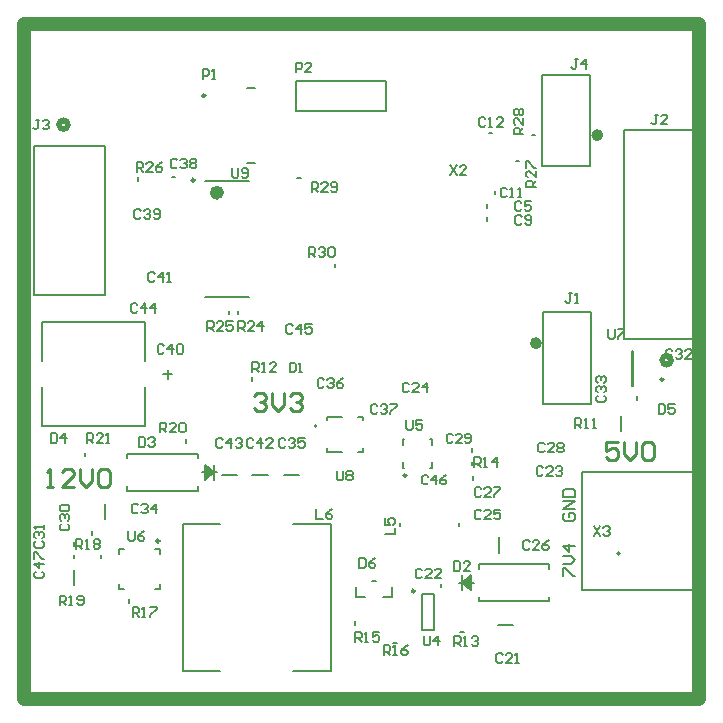
<source format=gto>
G04*
G04 #@! TF.GenerationSoftware,Altium Limited,Altium Designer,21.0.8 (223)*
G04*
G04 Layer_Color=65535*
%FSLAX25Y25*%
%MOIN*%
G70*
G04*
G04 #@! TF.SameCoordinates,5411D855-6831-4FB7-8657-0D58C5C57482*
G04*
G04*
G04 #@! TF.FilePolarity,Positive*
G04*
G01*
G75*
%ADD10C,0.02000*%
%ADD11C,0.00984*%
%ADD12C,0.00500*%
%ADD13C,0.02362*%
%ADD14C,0.00591*%
%ADD15C,0.00787*%
%ADD16C,0.00600*%
%ADD17C,0.00800*%
%ADD18C,0.01000*%
%ADD19C,0.04724*%
D10*
X215598Y112841D02*
G03*
X215598Y112841I-1500J0D01*
G01*
X171520Y118491D02*
G03*
X171520Y118491I-1000J0D01*
G01*
X191980Y187821D02*
G03*
X191980Y187821I-1000J0D01*
G01*
X14543Y191327D02*
G03*
X14543Y191327I-1500J0D01*
G01*
D11*
X60323Y201000D02*
G03*
X60323Y201000I-492J0D01*
G01*
X127390Y74424D02*
G03*
X127390Y74424I-492J0D01*
G01*
X130138Y35876D02*
G03*
X130138Y35876I-492J0D01*
G01*
X56717Y172813D02*
G03*
X56717Y172813I-492J0D01*
G01*
X45028Y52589D02*
G03*
X45028Y52589I-492J0D01*
G01*
X213054Y106353D02*
G03*
X213054Y106353I-492J0D01*
G01*
D12*
X198500Y48374D02*
G03*
X198500Y48374I-500J0D01*
G01*
X134713Y74049D02*
X134213Y74549D01*
X133213D01*
X132713Y74049D01*
Y72050D01*
X133213Y71550D01*
X134213D01*
X134713Y72050D01*
X137212Y71550D02*
Y74549D01*
X135712Y73050D01*
X137712D01*
X140711Y74549D02*
X139711Y74049D01*
X138711Y73050D01*
Y72050D01*
X139211Y71550D01*
X140211D01*
X140711Y72050D01*
Y72550D01*
X140211Y73050D01*
X138711D01*
X142787Y87813D02*
X142287Y88313D01*
X141287D01*
X140787Y87813D01*
Y85814D01*
X141287Y85314D01*
X142287D01*
X142787Y85814D01*
X145786Y85314D02*
X143786D01*
X145786Y87313D01*
Y87813D01*
X145286Y88313D01*
X144286D01*
X143786Y87813D01*
X146785Y85814D02*
X147285Y85314D01*
X148285D01*
X148785Y85814D01*
Y87813D01*
X148285Y88313D01*
X147285D01*
X146785Y87813D01*
Y87313D01*
X147285Y86813D01*
X148785D01*
X90600Y208900D02*
Y211899D01*
X92099D01*
X92599Y211399D01*
Y210400D01*
X92099Y209900D01*
X90600D01*
X95598Y208900D02*
X93599D01*
X95598Y210899D01*
Y211399D01*
X95099Y211899D01*
X94099D01*
X93599Y211399D01*
X88400Y111952D02*
Y108953D01*
X89900D01*
X90399Y109453D01*
Y111452D01*
X89900Y111952D01*
X88400D01*
X91399Y108953D02*
X92399D01*
X91899D01*
Y111952D01*
X91399Y111452D01*
D13*
X65378Y168680D02*
G03*
X65378Y168680I-1181J0D01*
G01*
D14*
X97386Y90890D02*
G03*
X97386Y90890I-295J0D01*
G01*
D15*
X52894Y9093D02*
Y58306D01*
X102106Y9093D02*
Y58306D01*
X52894Y9093D02*
X65295D01*
X52894Y58306D02*
X65295D01*
X89705Y9093D02*
X102106D01*
X89705Y58306D02*
X102106D01*
X122449Y33754D02*
Y37199D01*
X110638Y33754D02*
X113492D01*
X119594D02*
X122449D01*
X110638D02*
Y37199D01*
X115854Y39266D02*
X117232D01*
X74159Y203500D02*
X76841D01*
X74159Y178500D02*
X76841D01*
X16566Y46856D02*
Y48038D01*
X20272Y80819D02*
Y82000D01*
X25582Y46856D02*
Y48038D01*
X16468Y37810D02*
Y42928D01*
X198993Y89254D02*
Y94372D01*
X158224Y48632D02*
Y53750D01*
X157868Y24557D02*
X162986D01*
X120500Y196000D02*
Y206000D01*
X90500Y196000D02*
X120500D01*
X90500D02*
Y206000D01*
X120500D01*
X37831Y172563D02*
Y173744D01*
X169067Y187821D02*
X170248D01*
X163751Y179140D02*
X164933D01*
X149461Y73050D02*
Y74231D01*
X157016Y168085D02*
Y169266D01*
X154374Y159247D02*
Y160428D01*
Y163585D02*
Y164766D01*
X126307Y76983D02*
X126701D01*
X126307D02*
Y78951D01*
Y84463D02*
Y86431D01*
X126701D01*
X135362D02*
X135756D01*
Y84463D02*
Y86431D01*
X135362Y76983D02*
X135756D01*
Y78951D01*
X26866Y59739D02*
Y64857D01*
X154752Y188609D02*
X155933D01*
X75932Y105998D02*
Y107179D01*
X34988Y31909D02*
Y33091D01*
X149374Y77876D02*
Y79057D01*
X138996Y37101D02*
Y38282D01*
X136634Y22786D02*
Y34991D01*
X132697Y22786D02*
Y34991D01*
Y22786D02*
X136634D01*
X132697Y34991D02*
X136634D01*
X149374Y82361D02*
Y83542D01*
X60260Y172617D02*
X74827D01*
X60260Y134034D02*
X74827D01*
X90953Y173522D02*
X92134D01*
X103462Y143778D02*
Y144959D01*
X71213Y128101D02*
Y129282D01*
X49136Y173801D02*
X50317D01*
X65728Y74431D02*
X70846D01*
X86594D02*
X91712D01*
X76046D02*
X81164D01*
X53842Y85351D02*
Y86532D01*
X22613Y54639D02*
Y55820D01*
X43453Y50030D02*
X45126D01*
Y48357D02*
Y50030D01*
Y36447D02*
Y38120D01*
X43453Y36447D02*
X45126D01*
X31543D02*
X33217D01*
X31543D02*
Y38120D01*
Y50030D02*
X33217D01*
X31543Y48357D02*
Y50030D01*
X204111Y99601D02*
Y100782D01*
X68374Y128101D02*
Y129282D01*
X145008Y57410D02*
Y58591D01*
X125323Y57410D02*
Y58591D01*
X145295Y22392D02*
X146476D01*
X122953Y18599D02*
X124134D01*
X110244Y24558D02*
Y25739D01*
X202593Y104187D02*
Y115998D01*
X203011D01*
Y104187D02*
Y115998D01*
X202593Y104187D02*
X203011D01*
X16566Y51014D02*
Y52195D01*
D16*
X200015Y119841D02*
X223815D01*
X200015D02*
Y189541D01*
X223815D01*
Y119841D02*
Y189541D01*
X173020Y128833D02*
X188980D01*
Y98306D02*
Y128833D01*
X173020Y98306D02*
X188980D01*
X173020D02*
Y128833D01*
X172520Y177479D02*
X188480D01*
X172520D02*
Y208006D01*
X188480D01*
Y177479D02*
Y208006D01*
X101028Y92859D02*
Y94040D01*
X105752D01*
X111264D02*
X112838D01*
Y92859D02*
Y94040D01*
X101028Y82229D02*
Y83410D01*
Y82229D02*
X105752D01*
X111264D02*
X112838D01*
Y83410D01*
X3329Y184327D02*
X26929D01*
Y134527D02*
Y184327D01*
X3329Y134527D02*
X26929D01*
X3329D02*
Y184327D01*
X5793Y90941D02*
Y103931D01*
X46243Y108191D02*
X49243D01*
X47743Y106691D02*
Y109691D01*
X5793Y125441D02*
X40293D01*
X5793Y112451D02*
Y125441D01*
Y90941D02*
X40293D01*
Y103931D01*
Y112451D02*
Y125441D01*
X151393Y32491D02*
Y34031D01*
Y43351D02*
Y44891D01*
X174793D01*
Y32491D02*
Y34031D01*
X151393Y32491D02*
X174793D01*
X148893Y36191D02*
Y41191D01*
X145893Y38691D02*
X148893Y38191D01*
X145893Y38691D02*
X148893Y37691D01*
X145893Y38691D02*
X148893Y37191D01*
X145893Y38691D02*
X148893Y36691D01*
X145893Y38691D02*
X148893Y36191D01*
X145893Y38691D02*
X148893Y39191D01*
X145893Y38691D02*
X148893Y39691D01*
X145893Y38691D02*
X148893Y40191D01*
X145893Y38691D02*
X148893Y40691D01*
X145893Y38691D02*
X148893Y41191D01*
X145893Y36191D02*
Y41191D01*
X144893Y38691D02*
X149893D01*
X174793Y43351D02*
Y44891D01*
X57738Y80146D02*
Y81686D01*
Y69286D02*
Y70826D01*
X34338Y69286D02*
X57738D01*
X34338Y80146D02*
Y81686D01*
X57738D01*
X60238Y72986D02*
Y77986D01*
Y75986D02*
X63238Y75486D01*
X60238Y76486D02*
X63238Y75486D01*
X60238Y76986D02*
X63238Y75486D01*
X60238Y77486D02*
X63238Y75486D01*
X60238Y77986D02*
X63238Y75486D01*
X60238Y74986D02*
X63238Y75486D01*
X60238Y74486D02*
X63238Y75486D01*
X60238Y73986D02*
X63238Y75486D01*
X60238Y73486D02*
X63238Y75486D01*
X60238Y72986D02*
X63238Y75486D01*
Y72986D02*
Y77986D01*
X59238Y75486D02*
X64238D01*
X34338Y69286D02*
Y70826D01*
X97334Y63099D02*
Y59900D01*
X99467D01*
X102666Y63099D02*
X101600Y62566D01*
X100533Y61500D01*
Y60434D01*
X101066Y59900D01*
X102133D01*
X102666Y60434D01*
Y60967D01*
X102133Y61500D01*
X100533D01*
X211152Y194614D02*
X210086D01*
X210619D01*
Y191948D01*
X210086Y191415D01*
X209552D01*
X209019Y191948D01*
X214351Y191415D02*
X212218D01*
X214351Y193547D01*
Y194080D01*
X213818Y194614D01*
X212751D01*
X212218Y194080D01*
X111712Y46748D02*
Y43549D01*
X113312D01*
X113845Y44082D01*
Y46215D01*
X113312Y46748D01*
X111712D01*
X117044D02*
X115977Y46215D01*
X114911Y45149D01*
Y44082D01*
X115444Y43549D01*
X116510D01*
X117044Y44082D01*
Y44616D01*
X116510Y45149D01*
X114911D01*
X3919Y42367D02*
X3386Y41834D01*
Y40768D01*
X3919Y40235D01*
X6052D01*
X6585Y40768D01*
Y41834D01*
X6052Y42367D01*
X6585Y45033D02*
X3386D01*
X4985Y43434D01*
Y45566D01*
X3386Y46633D02*
Y48765D01*
X3919D01*
X6052Y46633D01*
X6585D01*
X153701Y193194D02*
X153167Y193728D01*
X152101D01*
X151568Y193194D01*
Y191062D01*
X152101Y190529D01*
X153167D01*
X153701Y191062D01*
X154767Y190529D02*
X155833D01*
X155300D01*
Y193728D01*
X154767Y193194D01*
X159565Y190529D02*
X157433D01*
X159565Y192661D01*
Y193194D01*
X159032Y193728D01*
X157966D01*
X157433Y193194D01*
X94866Y147198D02*
Y150397D01*
X96465D01*
X96999Y149864D01*
Y148798D01*
X96465Y148265D01*
X94866D01*
X95932D02*
X96999Y147198D01*
X98065Y149864D02*
X98598Y150397D01*
X99664D01*
X100198Y149864D01*
Y149331D01*
X99664Y148798D01*
X99131D01*
X99664D01*
X100198Y148265D01*
Y147731D01*
X99664Y147198D01*
X98598D01*
X98065Y147731D01*
X101264Y149864D02*
X101797Y150397D01*
X102863D01*
X103396Y149864D01*
Y147731D01*
X102863Y147198D01*
X101797D01*
X101264Y147731D01*
Y149864D01*
X95778Y168990D02*
Y172189D01*
X97377D01*
X97911Y171656D01*
Y170590D01*
X97377Y170056D01*
X95778D01*
X96844D02*
X97911Y168990D01*
X101110D02*
X98977D01*
X101110Y171123D01*
Y171656D01*
X100576Y172189D01*
X99510D01*
X98977Y171656D01*
X102176Y169523D02*
X102709Y168990D01*
X103775D01*
X104308Y169523D01*
Y171656D01*
X103775Y172189D01*
X102709D01*
X102176Y171656D01*
Y171123D01*
X102709Y170590D01*
X104308D01*
X89402Y124388D02*
X88869Y124921D01*
X87802D01*
X87269Y124388D01*
Y122255D01*
X87802Y121722D01*
X88869D01*
X89402Y122255D01*
X92068Y121722D02*
Y124921D01*
X90468Y123321D01*
X92601D01*
X95800Y124921D02*
X93667D01*
Y123321D01*
X94734Y123854D01*
X95267D01*
X95800Y123321D01*
Y122255D01*
X95267Y121722D01*
X94200D01*
X93667Y122255D01*
X37661Y131258D02*
X37127Y131791D01*
X36061D01*
X35528Y131258D01*
Y129125D01*
X36061Y128592D01*
X37127D01*
X37661Y129125D01*
X40326Y128592D02*
Y131791D01*
X38727Y130191D01*
X40859D01*
X43525Y128592D02*
Y131791D01*
X41926Y130191D01*
X44058D01*
X36097Y27360D02*
Y30559D01*
X37697D01*
X38230Y30026D01*
Y28960D01*
X37697Y28427D01*
X36097D01*
X37164D02*
X38230Y27360D01*
X39296D02*
X40363D01*
X39829D01*
Y30559D01*
X39296Y30026D01*
X41962Y30559D02*
X44095D01*
Y30026D01*
X41962Y27893D01*
Y27360D01*
X117704Y97567D02*
X117171Y98100D01*
X116104D01*
X115571Y97567D01*
Y95434D01*
X116104Y94901D01*
X117171D01*
X117704Y95434D01*
X118770Y97567D02*
X119303Y98100D01*
X120370D01*
X120903Y97567D01*
Y97034D01*
X120370Y96500D01*
X119837D01*
X120370D01*
X120903Y95967D01*
Y95434D01*
X120370Y94901D01*
X119303D01*
X118770Y95434D01*
X121969Y98100D02*
X124102D01*
Y97567D01*
X121969Y95434D01*
Y94901D01*
X166335Y188063D02*
X163136D01*
Y189663D01*
X163669Y190196D01*
X164736D01*
X165269Y189663D01*
Y188063D01*
Y189130D02*
X166335Y190196D01*
Y193395D02*
Y191262D01*
X164202Y193395D01*
X163669D01*
X163136Y192862D01*
Y191796D01*
X163669Y191262D01*
Y194461D02*
X163136Y194994D01*
Y196061D01*
X163669Y196594D01*
X164202D01*
X164736Y196061D01*
X165269Y196594D01*
X165802D01*
X166335Y196061D01*
Y194994D01*
X165802Y194461D01*
X165269D01*
X164736Y194994D01*
X164202Y194461D01*
X163669D01*
X164736Y194994D02*
Y196061D01*
X170523Y170566D02*
X167324D01*
Y172166D01*
X167857Y172699D01*
X168923D01*
X169456Y172166D01*
Y170566D01*
Y171633D02*
X170523Y172699D01*
Y175898D02*
Y173765D01*
X168390Y175898D01*
X167857D01*
X167324Y175365D01*
Y174299D01*
X167857Y173765D01*
X167324Y176964D02*
Y179097D01*
X167857D01*
X169990Y176964D01*
X170523D01*
X38183Y87218D02*
Y84019D01*
X39782D01*
X40315Y84552D01*
Y86685D01*
X39782Y87218D01*
X38183D01*
X41381Y86685D02*
X41915Y87218D01*
X42981D01*
X43514Y86685D01*
Y86152D01*
X42981Y85619D01*
X42448D01*
X42981D01*
X43514Y85085D01*
Y84552D01*
X42981Y84019D01*
X41915D01*
X41381Y84552D01*
X143227Y45816D02*
Y42617D01*
X144827D01*
X145360Y43150D01*
Y45283D01*
X144827Y45816D01*
X143227D01*
X148559Y42617D02*
X146426D01*
X148559Y44750D01*
Y45283D01*
X148026Y45816D01*
X146960D01*
X146426Y45283D01*
X5010Y192926D02*
X3944D01*
X4477D01*
Y190261D01*
X3944Y189727D01*
X3411D01*
X2877Y190261D01*
X6076Y192393D02*
X6610Y192926D01*
X7676D01*
X8209Y192393D01*
Y191860D01*
X7676Y191327D01*
X7143D01*
X7676D01*
X8209Y190794D01*
Y190261D01*
X7676Y189727D01*
X6610D01*
X6076Y190261D01*
X46580Y117633D02*
X46047Y118166D01*
X44981D01*
X44448Y117633D01*
Y115500D01*
X44981Y114967D01*
X46047D01*
X46580Y115500D01*
X49246Y114967D02*
Y118166D01*
X47647Y116566D01*
X49779D01*
X50846Y117633D02*
X51379Y118166D01*
X52445D01*
X52978Y117633D01*
Y115500D01*
X52445Y114967D01*
X51379D01*
X50846Y115500D01*
Y117633D01*
X34685Y55838D02*
Y53172D01*
X35218Y52639D01*
X36284D01*
X36817Y53172D01*
Y55838D01*
X40016D02*
X38950Y55305D01*
X37883Y54239D01*
Y53172D01*
X38417Y52639D01*
X39483D01*
X40016Y53172D01*
Y53706D01*
X39483Y54239D01*
X37883D01*
X183535Y90214D02*
Y93413D01*
X185134D01*
X185667Y92879D01*
Y91813D01*
X185134Y91280D01*
X183535D01*
X184601D02*
X185667Y90214D01*
X186733D02*
X187800D01*
X187267D01*
Y93413D01*
X186733Y92879D01*
X189399Y90214D02*
X190466D01*
X189932D01*
Y93413D01*
X189399Y92879D01*
X184467Y213254D02*
X183400D01*
X183934D01*
Y210588D01*
X183400Y210055D01*
X182867D01*
X182334Y210588D01*
X187133Y210055D02*
Y213254D01*
X185533Y211655D01*
X187666D01*
X211432Y98084D02*
Y94885D01*
X213032D01*
X213565Y95418D01*
Y97550D01*
X213032Y98084D01*
X211432D01*
X216764D02*
X214631D01*
Y96484D01*
X215697Y97017D01*
X216231D01*
X216764Y96484D01*
Y95418D01*
X216231Y94885D01*
X215164D01*
X214631Y95418D01*
X87020Y86380D02*
X86487Y86913D01*
X85421D01*
X84888Y86380D01*
Y84247D01*
X85421Y83714D01*
X86487D01*
X87020Y84247D01*
X88087Y86380D02*
X88620Y86913D01*
X89686D01*
X90219Y86380D01*
Y85847D01*
X89686Y85313D01*
X89153D01*
X89686D01*
X90219Y84780D01*
Y84247D01*
X89686Y83714D01*
X88620D01*
X88087Y84247D01*
X93418Y86913D02*
X91286D01*
Y85313D01*
X92352Y85847D01*
X92885D01*
X93418Y85313D01*
Y84247D01*
X92885Y83714D01*
X91819D01*
X91286Y84247D01*
X66155Y86204D02*
X65622Y86737D01*
X64555D01*
X64022Y86204D01*
Y84071D01*
X64555Y83538D01*
X65622D01*
X66155Y84071D01*
X68821Y83538D02*
Y86737D01*
X67221Y85138D01*
X69354D01*
X70420Y86204D02*
X70953Y86737D01*
X72019D01*
X72553Y86204D01*
Y85671D01*
X72019Y85138D01*
X71486D01*
X72019D01*
X72553Y84605D01*
Y84071D01*
X72019Y83538D01*
X70953D01*
X70420Y84071D01*
X76348Y86380D02*
X75814Y86913D01*
X74748D01*
X74215Y86380D01*
Y84247D01*
X74748Y83714D01*
X75814D01*
X76348Y84247D01*
X79013Y83714D02*
Y86913D01*
X77414Y85313D01*
X79547D01*
X82745Y83714D02*
X80613D01*
X82745Y85847D01*
Y86380D01*
X82212Y86913D01*
X81146D01*
X80613Y86380D01*
X104139Y76031D02*
Y73365D01*
X104672Y72832D01*
X105738D01*
X106271Y73365D01*
Y76031D01*
X107338Y75498D02*
X107871Y76031D01*
X108937D01*
X109470Y75498D01*
Y74964D01*
X108937Y74431D01*
X109470Y73898D01*
Y73365D01*
X108937Y72832D01*
X107871D01*
X107338Y73365D01*
Y73898D01*
X107871Y74431D01*
X107338Y74964D01*
Y75498D01*
X107871Y74431D02*
X108937D01*
X189834Y57473D02*
X191967Y54274D01*
Y57473D02*
X189834Y54274D01*
X193033Y56940D02*
X193566Y57473D01*
X194633D01*
X195166Y56940D01*
Y56407D01*
X194633Y55874D01*
X194099D01*
X194633D01*
X195166Y55341D01*
Y54808D01*
X194633Y54274D01*
X193566D01*
X193033Y54808D01*
X142027Y177897D02*
X144160Y174698D01*
Y177897D02*
X142027Y174698D01*
X147359D02*
X145226D01*
X147359Y176831D01*
Y177364D01*
X146826Y177897D01*
X145760D01*
X145226Y177364D01*
X69208Y176866D02*
Y174200D01*
X69741Y173667D01*
X70808D01*
X71341Y174200D01*
Y176866D01*
X72407Y174200D02*
X72940Y173667D01*
X74007D01*
X74540Y174200D01*
Y176332D01*
X74007Y176866D01*
X72940D01*
X72407Y176332D01*
Y175799D01*
X72940Y175266D01*
X74540D01*
X194705Y123131D02*
Y120465D01*
X195238Y119932D01*
X196304D01*
X196838Y120465D01*
Y123131D01*
X197904D02*
X200037D01*
Y122598D01*
X197904Y120465D01*
Y119932D01*
X127381Y92744D02*
Y90078D01*
X127915Y89545D01*
X128981D01*
X129514Y90078D01*
Y92744D01*
X132713D02*
X130580D01*
Y91144D01*
X131647Y91677D01*
X132180D01*
X132713Y91144D01*
Y90078D01*
X132180Y89545D01*
X131114D01*
X130580Y90078D01*
X133181Y20986D02*
Y18320D01*
X133714Y17787D01*
X134780D01*
X135313Y18320D01*
Y20986D01*
X137979Y17787D02*
Y20986D01*
X136380Y19386D01*
X138512D01*
X37407Y175689D02*
Y178888D01*
X39007D01*
X39540Y178355D01*
Y177289D01*
X39007Y176755D01*
X37407D01*
X38473D02*
X39540Y175689D01*
X42739D02*
X40606D01*
X42739Y177822D01*
Y178355D01*
X42206Y178888D01*
X41139D01*
X40606Y178355D01*
X45938Y178888D02*
X44871Y178355D01*
X43805Y177289D01*
Y176222D01*
X44338Y175689D01*
X45404D01*
X45938Y176222D01*
Y176755D01*
X45404Y177289D01*
X43805D01*
X60959Y122592D02*
Y125791D01*
X62559D01*
X63092Y125258D01*
Y124191D01*
X62559Y123658D01*
X60959D01*
X62025D02*
X63092Y122592D01*
X66291D02*
X64158D01*
X66291Y124724D01*
Y125258D01*
X65758Y125791D01*
X64691D01*
X64158Y125258D01*
X69490Y125791D02*
X67357D01*
Y124191D01*
X68423Y124724D01*
X68957D01*
X69490Y124191D01*
Y123125D01*
X68957Y122592D01*
X67890D01*
X67357Y123125D01*
X71278Y122548D02*
Y125747D01*
X72877D01*
X73411Y125214D01*
Y124148D01*
X72877Y123615D01*
X71278D01*
X72344D02*
X73411Y122548D01*
X76609D02*
X74477D01*
X76609Y124681D01*
Y125214D01*
X76076Y125747D01*
X75010D01*
X74477Y125214D01*
X79275Y122548D02*
Y125747D01*
X77676Y124148D01*
X79808D01*
X20870Y85310D02*
Y88509D01*
X22470D01*
X23003Y87976D01*
Y86909D01*
X22470Y86376D01*
X20870D01*
X21937D02*
X23003Y85310D01*
X26202D02*
X24069D01*
X26202Y87443D01*
Y87976D01*
X25669Y88509D01*
X24602D01*
X24069Y87976D01*
X27268Y85310D02*
X28334D01*
X27801D01*
Y88509D01*
X27268Y87976D01*
X45246Y88842D02*
Y92041D01*
X46846D01*
X47379Y91508D01*
Y90441D01*
X46846Y89908D01*
X45246D01*
X46313D02*
X47379Y88842D01*
X50578D02*
X48445D01*
X50578Y90974D01*
Y91508D01*
X50045Y92041D01*
X48979D01*
X48445Y91508D01*
X51644D02*
X52178Y92041D01*
X53244D01*
X53777Y91508D01*
Y89375D01*
X53244Y88842D01*
X52178D01*
X51644Y89375D01*
Y91508D01*
X11780Y31193D02*
Y34392D01*
X13380D01*
X13913Y33859D01*
Y32793D01*
X13380Y32260D01*
X11780D01*
X12846D02*
X13913Y31193D01*
X14979D02*
X16045D01*
X15512D01*
Y34392D01*
X14979Y33859D01*
X17645Y31727D02*
X18178Y31193D01*
X19244D01*
X19778Y31727D01*
Y33859D01*
X19244Y34392D01*
X18178D01*
X17645Y33859D01*
Y33326D01*
X18178Y32793D01*
X19778D01*
X17253Y49898D02*
Y53097D01*
X18852D01*
X19385Y52564D01*
Y51497D01*
X18852Y50964D01*
X17253D01*
X18319D02*
X19385Y49898D01*
X20451D02*
X21518D01*
X20985D01*
Y53097D01*
X20451Y52564D01*
X23117D02*
X23650Y53097D01*
X24717D01*
X25250Y52564D01*
Y52030D01*
X24717Y51497D01*
X25250Y50964D01*
Y50431D01*
X24717Y49898D01*
X23650D01*
X23117Y50431D01*
Y50964D01*
X23650Y51497D01*
X23117Y52030D01*
Y52564D01*
X23650Y51497D02*
X24717D01*
X119817Y14604D02*
Y17803D01*
X121416D01*
X121949Y17269D01*
Y16203D01*
X121416Y15670D01*
X119817D01*
X120883D02*
X121949Y14604D01*
X123015D02*
X124082D01*
X123549D01*
Y17803D01*
X123015Y17269D01*
X127814Y17803D02*
X126748Y17269D01*
X125681Y16203D01*
Y15137D01*
X126215Y14604D01*
X127281D01*
X127814Y15137D01*
Y15670D01*
X127281Y16203D01*
X125681D01*
X110320Y19049D02*
Y22248D01*
X111920D01*
X112453Y21714D01*
Y20648D01*
X111920Y20115D01*
X110320D01*
X111386D02*
X112453Y19049D01*
X113519D02*
X114585D01*
X114052D01*
Y22248D01*
X113519Y21714D01*
X118317Y22248D02*
X116185D01*
Y20648D01*
X117251Y21181D01*
X117784D01*
X118317Y20648D01*
Y19582D01*
X117784Y19049D01*
X116718D01*
X116185Y19582D01*
X149945Y77268D02*
Y80467D01*
X151544D01*
X152077Y79934D01*
Y78867D01*
X151544Y78334D01*
X149945D01*
X151011D02*
X152077Y77268D01*
X153144D02*
X154210D01*
X153677D01*
Y80467D01*
X153144Y79934D01*
X157409Y77268D02*
Y80467D01*
X155809Y78867D01*
X157942D01*
X143265Y17592D02*
Y20791D01*
X144864D01*
X145398Y20258D01*
Y19191D01*
X144864Y18658D01*
X143265D01*
X144331D02*
X145398Y17592D01*
X146464D02*
X147530D01*
X146997D01*
Y20791D01*
X146464Y20258D01*
X149130D02*
X149663Y20791D01*
X150729D01*
X151262Y20258D01*
Y19725D01*
X150729Y19191D01*
X150196D01*
X150729D01*
X151262Y18658D01*
Y18125D01*
X150729Y17592D01*
X149663D01*
X149130Y18125D01*
X76027Y108990D02*
Y112188D01*
X77627D01*
X78160Y111655D01*
Y110589D01*
X77627Y110056D01*
X76027D01*
X77094D02*
X78160Y108990D01*
X79226D02*
X80293D01*
X79759D01*
Y112188D01*
X79226Y111655D01*
X84025Y108990D02*
X81892D01*
X84025Y111122D01*
Y111655D01*
X83491Y112188D01*
X82425D01*
X81892Y111655D01*
X59400Y206600D02*
Y209799D01*
X61000D01*
X61533Y209266D01*
Y208200D01*
X61000Y207666D01*
X59400D01*
X62599Y206600D02*
X63665D01*
X63132D01*
Y209799D01*
X62599Y209266D01*
X120259Y54744D02*
X123458D01*
Y56876D01*
X120259Y60075D02*
Y57943D01*
X121858D01*
X121325Y59009D01*
Y59542D01*
X121858Y60075D01*
X122924D01*
X123458Y59542D01*
Y58476D01*
X122924Y57943D01*
X182505Y135166D02*
X181439D01*
X181972D01*
Y132500D01*
X181439Y131967D01*
X180906D01*
X180373Y132500D01*
X183572Y131967D02*
X184638D01*
X184105D01*
Y135166D01*
X183572Y134632D01*
X8834Y88509D02*
Y85310D01*
X10434D01*
X10967Y85843D01*
Y87976D01*
X10434Y88509D01*
X8834D01*
X13633Y85310D02*
Y88509D01*
X12033Y86909D01*
X14166D01*
X43420Y141707D02*
X42887Y142240D01*
X41820D01*
X41287Y141707D01*
Y139574D01*
X41820Y139041D01*
X42887D01*
X43420Y139574D01*
X46086Y139041D02*
Y142240D01*
X44486Y140641D01*
X46619D01*
X47685Y139041D02*
X48752D01*
X48218D01*
Y142240D01*
X47685Y141707D01*
X38848Y162715D02*
X38315Y163248D01*
X37248D01*
X36715Y162715D01*
Y160582D01*
X37248Y160049D01*
X38315D01*
X38848Y160582D01*
X39914Y162715D02*
X40447Y163248D01*
X41514D01*
X42047Y162715D01*
Y162182D01*
X41514Y161648D01*
X40980D01*
X41514D01*
X42047Y161115D01*
Y160582D01*
X41514Y160049D01*
X40447D01*
X39914Y160582D01*
X43113D02*
X43646Y160049D01*
X44713D01*
X45246Y160582D01*
Y162715D01*
X44713Y163248D01*
X43646D01*
X43113Y162715D01*
Y162182D01*
X43646Y161648D01*
X45246D01*
X50933Y179466D02*
X50400Y179999D01*
X49333D01*
X48800Y179466D01*
Y177333D01*
X49333Y176800D01*
X50400D01*
X50933Y177333D01*
X51999Y179466D02*
X52532Y179999D01*
X53598D01*
X54132Y179466D01*
Y178933D01*
X53598Y178400D01*
X53065D01*
X53598D01*
X54132Y177866D01*
Y177333D01*
X53598Y176800D01*
X52532D01*
X51999Y177333D01*
X55198Y179466D02*
X55731Y179999D01*
X56797D01*
X57331Y179466D01*
Y178933D01*
X56797Y178400D01*
X57331Y177866D01*
Y177333D01*
X56797Y176800D01*
X55731D01*
X55198Y177333D01*
Y177866D01*
X55731Y178400D01*
X55198Y178933D01*
Y179466D01*
X55731Y178400D02*
X56797D01*
X99911Y106258D02*
X99377Y106791D01*
X98311D01*
X97778Y106258D01*
Y104125D01*
X98311Y103592D01*
X99377D01*
X99911Y104125D01*
X100977Y106258D02*
X101510Y106791D01*
X102576D01*
X103110Y106258D01*
Y105725D01*
X102576Y105191D01*
X102043D01*
X102576D01*
X103110Y104658D01*
Y104125D01*
X102576Y103592D01*
X101510D01*
X100977Y104125D01*
X106308Y106791D02*
X105242Y106258D01*
X104176Y105191D01*
Y104125D01*
X104709Y103592D01*
X105775D01*
X106308Y104125D01*
Y104658D01*
X105775Y105191D01*
X104176D01*
X37963Y64437D02*
X37430Y64970D01*
X36364D01*
X35831Y64437D01*
Y62304D01*
X36364Y61771D01*
X37430D01*
X37963Y62304D01*
X39030Y64437D02*
X39563Y64970D01*
X40629D01*
X41162Y64437D01*
Y63904D01*
X40629Y63371D01*
X40096D01*
X40629D01*
X41162Y62837D01*
Y62304D01*
X40629Y61771D01*
X39563D01*
X39030Y62304D01*
X43828Y61771D02*
Y64970D01*
X42229Y63371D01*
X44361D01*
X191234Y101059D02*
X190700Y100526D01*
Y99459D01*
X191234Y98926D01*
X193366D01*
X193900Y99459D01*
Y100526D01*
X193366Y101059D01*
X191234Y102125D02*
X190700Y102658D01*
Y103725D01*
X191234Y104258D01*
X191767D01*
X192300Y103725D01*
Y103191D01*
Y103725D01*
X192833Y104258D01*
X193366D01*
X193900Y103725D01*
Y102658D01*
X193366Y102125D01*
X191234Y105324D02*
X190700Y105857D01*
Y106923D01*
X191234Y107457D01*
X191767D01*
X192300Y106923D01*
Y106390D01*
Y106923D01*
X192833Y107457D01*
X193366D01*
X193900Y106923D01*
Y105857D01*
X193366Y105324D01*
X216034Y116033D02*
X215500Y116566D01*
X214434D01*
X213901Y116033D01*
Y113900D01*
X214434Y113367D01*
X215500D01*
X216034Y113900D01*
X217100Y116033D02*
X217633Y116566D01*
X218700D01*
X219233Y116033D01*
Y115500D01*
X218700Y114967D01*
X218166D01*
X218700D01*
X219233Y114434D01*
Y113900D01*
X218700Y113367D01*
X217633D01*
X217100Y113900D01*
X222432Y113367D02*
X220299D01*
X222432Y115500D01*
Y116033D01*
X221898Y116566D01*
X220832D01*
X220299Y116033D01*
X3919Y52449D02*
X3386Y51916D01*
Y50849D01*
X3919Y50316D01*
X6052D01*
X6585Y50849D01*
Y51916D01*
X6052Y52449D01*
X3919Y53515D02*
X3386Y54048D01*
Y55115D01*
X3919Y55648D01*
X4452D01*
X4985Y55115D01*
Y54581D01*
Y55115D01*
X5518Y55648D01*
X6052D01*
X6585Y55115D01*
Y54048D01*
X6052Y53515D01*
X6585Y56714D02*
Y57780D01*
Y57247D01*
X3386D01*
X3919Y56714D01*
X12350Y58197D02*
X11817Y57663D01*
Y56597D01*
X12350Y56064D01*
X14483D01*
X15016Y56597D01*
Y57663D01*
X14483Y58197D01*
X12350Y59263D02*
X11817Y59796D01*
Y60862D01*
X12350Y61396D01*
X12883D01*
X13417Y60862D01*
Y60329D01*
Y60862D01*
X13950Y61396D01*
X14483D01*
X15016Y60862D01*
Y59796D01*
X14483Y59263D01*
X12350Y62462D02*
X11817Y62995D01*
Y64061D01*
X12350Y64595D01*
X14483D01*
X15016Y64061D01*
Y62995D01*
X14483Y62462D01*
X12350D01*
X173411Y84758D02*
X172877Y85291D01*
X171811D01*
X171278Y84758D01*
Y82625D01*
X171811Y82092D01*
X172877D01*
X173411Y82625D01*
X176610Y82092D02*
X174477D01*
X176610Y84224D01*
Y84758D01*
X176076Y85291D01*
X175010D01*
X174477Y84758D01*
X177676D02*
X178209Y85291D01*
X179275D01*
X179808Y84758D01*
Y84224D01*
X179275Y83691D01*
X179808Y83158D01*
Y82625D01*
X179275Y82092D01*
X178209D01*
X177676Y82625D01*
Y83158D01*
X178209Y83691D01*
X177676Y84224D01*
Y84758D01*
X178209Y83691D02*
X179275D01*
X152312Y69895D02*
X151779Y70429D01*
X150713D01*
X150180Y69895D01*
Y67763D01*
X150713Y67230D01*
X151779D01*
X152312Y67763D01*
X155511Y67230D02*
X153378D01*
X155511Y69362D01*
Y69895D01*
X154978Y70429D01*
X153912D01*
X153378Y69895D01*
X156577Y70429D02*
X158710D01*
Y69895D01*
X156577Y67763D01*
Y67230D01*
X168411Y52369D02*
X167877Y52902D01*
X166811D01*
X166278Y52369D01*
Y50236D01*
X166811Y49703D01*
X167877D01*
X168411Y50236D01*
X171609Y49703D02*
X169477D01*
X171609Y51836D01*
Y52369D01*
X171076Y52902D01*
X170010D01*
X169477Y52369D01*
X174809Y52902D02*
X173742Y52369D01*
X172676Y51302D01*
Y50236D01*
X173209Y49703D01*
X174275D01*
X174809Y50236D01*
Y50769D01*
X174275Y51302D01*
X172676D01*
X152312Y62519D02*
X151779Y63052D01*
X150713D01*
X150180Y62519D01*
Y60386D01*
X150713Y59853D01*
X151779D01*
X152312Y60386D01*
X155511Y59853D02*
X153378D01*
X155511Y61986D01*
Y62519D01*
X154978Y63052D01*
X153912D01*
X153378Y62519D01*
X158710Y63052D02*
X156577D01*
Y61453D01*
X157644Y61986D01*
X158177D01*
X158710Y61453D01*
Y60386D01*
X158177Y59853D01*
X157111D01*
X156577Y60386D01*
X128220Y104801D02*
X127687Y105334D01*
X126621D01*
X126088Y104801D01*
Y102668D01*
X126621Y102135D01*
X127687D01*
X128220Y102668D01*
X131419Y102135D02*
X129287D01*
X131419Y104268D01*
Y104801D01*
X130886Y105334D01*
X129820D01*
X129287Y104801D01*
X134085Y102135D02*
Y105334D01*
X132486Y103735D01*
X134618D01*
X172911Y76899D02*
X172377Y77433D01*
X171311D01*
X170778Y76899D01*
Y74767D01*
X171311Y74234D01*
X172377D01*
X172911Y74767D01*
X176110Y74234D02*
X173977D01*
X176110Y76366D01*
Y76899D01*
X175576Y77433D01*
X174510D01*
X173977Y76899D01*
X177176D02*
X177709Y77433D01*
X178775D01*
X179308Y76899D01*
Y76366D01*
X178775Y75833D01*
X178242D01*
X178775D01*
X179308Y75300D01*
Y74767D01*
X178775Y74234D01*
X177709D01*
X177176Y74767D01*
X132533Y42758D02*
X132000Y43291D01*
X130933D01*
X130400Y42758D01*
Y40625D01*
X130933Y40092D01*
X132000D01*
X132533Y40625D01*
X135732Y40092D02*
X133599D01*
X135732Y42224D01*
Y42758D01*
X135198Y43291D01*
X134132D01*
X133599Y42758D01*
X138931Y40092D02*
X136798D01*
X138931Y42224D01*
Y42758D01*
X138397Y43291D01*
X137331D01*
X136798Y42758D01*
X159400Y14566D02*
X158867Y15100D01*
X157801D01*
X157268Y14566D01*
Y12434D01*
X157801Y11901D01*
X158867D01*
X159400Y12434D01*
X162600Y11901D02*
X160467D01*
X162600Y14033D01*
Y14566D01*
X162066Y15100D01*
X161000D01*
X160467Y14566D01*
X163666Y11901D02*
X164732D01*
X164199D01*
Y15100D01*
X163666Y14566D01*
X160915Y169742D02*
X160382Y170275D01*
X159316D01*
X158782Y169742D01*
Y167609D01*
X159316Y167076D01*
X160382D01*
X160915Y167609D01*
X161981Y167076D02*
X163048D01*
X162515D01*
Y170275D01*
X161981Y169742D01*
X164647Y167076D02*
X165714D01*
X165180D01*
Y170275D01*
X164647Y169742D01*
X165845Y160651D02*
X165312Y161185D01*
X164245D01*
X163712Y160651D01*
Y158519D01*
X164245Y157986D01*
X165312D01*
X165845Y158519D01*
X166911D02*
X167444Y157986D01*
X168510D01*
X169044Y158519D01*
Y160651D01*
X168510Y161185D01*
X167444D01*
X166911Y160651D01*
Y160118D01*
X167444Y159585D01*
X169044D01*
X165664Y165242D02*
X165130Y165775D01*
X164064D01*
X163531Y165242D01*
Y163109D01*
X164064Y162576D01*
X165130D01*
X165664Y163109D01*
X168863Y165775D02*
X166730D01*
Y164176D01*
X167796Y164709D01*
X168329D01*
X168863Y164176D01*
Y163109D01*
X168329Y162576D01*
X167263D01*
X166730Y163109D01*
D17*
X185815Y36189D02*
Y75559D01*
X224004D01*
X185815Y36189D02*
X224004D01*
Y75559D01*
X180368Y61808D02*
X179701Y61142D01*
Y59809D01*
X180368Y59143D01*
X183034D01*
X183700Y59809D01*
Y61142D01*
X183034Y61808D01*
X181701D01*
Y60475D01*
X183700Y63141D02*
X179701D01*
X183700Y65807D01*
X179701D01*
Y67140D02*
X183700D01*
Y69139D01*
X183034Y69806D01*
X180368D01*
X179701Y69139D01*
Y67140D01*
Y40800D02*
Y43466D01*
X180368D01*
X183034Y40800D01*
X183700D01*
X179701Y44799D02*
X182367D01*
X183700Y46132D01*
X182367Y47464D01*
X179701D01*
X183700Y50797D02*
X179701D01*
X181701Y48797D01*
Y51463D01*
D18*
X197999Y85498D02*
X194000D01*
Y82499D01*
X195999Y83499D01*
X196999D01*
X197999Y82499D01*
Y80500D01*
X196999Y79500D01*
X195000D01*
X194000Y80500D01*
X199998Y85498D02*
Y81499D01*
X201997Y79500D01*
X203997Y81499D01*
Y85498D01*
X205996Y84498D02*
X206996Y85498D01*
X208995D01*
X209995Y84498D01*
Y80500D01*
X208995Y79500D01*
X206996D01*
X205996Y80500D01*
Y84498D01*
X76652Y100836D02*
X77652Y101836D01*
X79651D01*
X80651Y100836D01*
Y99836D01*
X79651Y98836D01*
X78652D01*
X79651D01*
X80651Y97837D01*
Y96837D01*
X79651Y95837D01*
X77652D01*
X76652Y96837D01*
X82650Y101836D02*
Y97837D01*
X84650Y95837D01*
X86649Y97837D01*
Y101836D01*
X88648Y100836D02*
X89648Y101836D01*
X91647D01*
X92647Y100836D01*
Y99836D01*
X91647Y98836D01*
X90648D01*
X91647D01*
X92647Y97837D01*
Y96837D01*
X91647Y95837D01*
X89648D01*
X88648Y96837D01*
X7500Y70500D02*
X9499D01*
X8500D01*
Y76498D01*
X7500Y75498D01*
X16497Y70500D02*
X12498D01*
X16497Y74499D01*
Y75498D01*
X15497Y76498D01*
X13498D01*
X12498Y75498D01*
X18496Y76498D02*
Y72499D01*
X20496Y70500D01*
X22495Y72499D01*
Y76498D01*
X24495Y75498D02*
X25494Y76498D01*
X27494D01*
X28493Y75498D01*
Y71500D01*
X27494Y70500D01*
X25494D01*
X24495Y71500D01*
Y75498D01*
D19*
X0Y0D02*
Y225000D01*
X225000D01*
Y0D02*
Y225000D01*
X0Y0D02*
X225000D01*
M02*

</source>
